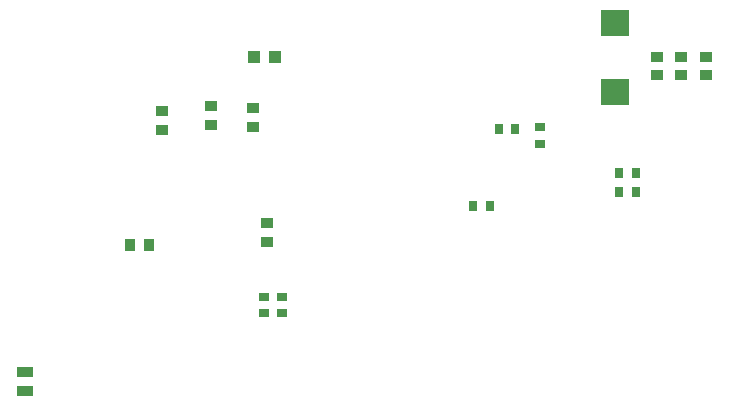
<source format=gbr>
%TF.GenerationSoftware,Altium Limited,Altium Designer,18.1.6 (161)*%
G04 Layer_Color=128*
%FSLAX26Y26*%
%MOIN*%
%TF.FileFunction,Paste,Bot*%
%TF.Part,Single*%
G01*
G75*
%TA.AperFunction,SMDPad,CuDef*%
%ADD11R,0.027559X0.035433*%
%ADD13R,0.039370X0.035433*%
%ADD16R,0.053150X0.037402*%
%ADD17R,0.035433X0.039370*%
%ADD22R,0.035433X0.027559*%
%ADD37R,0.043307X0.043307*%
%ADD38R,0.092520X0.086614*%
D11*
X3563346Y3045000D02*
D03*
X3508228D02*
D03*
X3994134Y3089350D02*
D03*
X4049252D02*
D03*
X3994134Y3153878D02*
D03*
X4049252D02*
D03*
X3592441Y3300000D02*
D03*
X3647559D02*
D03*
D13*
X2772165Y3308504D02*
D03*
Y3371496D02*
D03*
X2634370Y3313504D02*
D03*
Y3376496D02*
D03*
X2820000Y2986496D02*
D03*
Y2923504D02*
D03*
X2470000Y3298504D02*
D03*
Y3361496D02*
D03*
X4285000Y3542480D02*
D03*
Y3479488D02*
D03*
X4120000Y3542480D02*
D03*
Y3479488D02*
D03*
X4200000Y3542480D02*
D03*
Y3479488D02*
D03*
D16*
X2015000Y2491496D02*
D03*
Y2428504D02*
D03*
D17*
X2426496Y2913385D02*
D03*
X2363504D02*
D03*
D22*
X2811220Y2742559D02*
D03*
Y2687441D02*
D03*
X2870000Y2742559D02*
D03*
Y2687441D02*
D03*
X3730000Y3307559D02*
D03*
Y3252441D02*
D03*
D37*
X2776102Y3540000D02*
D03*
X2846968D02*
D03*
D38*
X3980000Y3424843D02*
D03*
Y3655157D02*
D03*
%TF.MD5,0e1461ed47003919e84606fa909051b4*%
M02*

</source>
